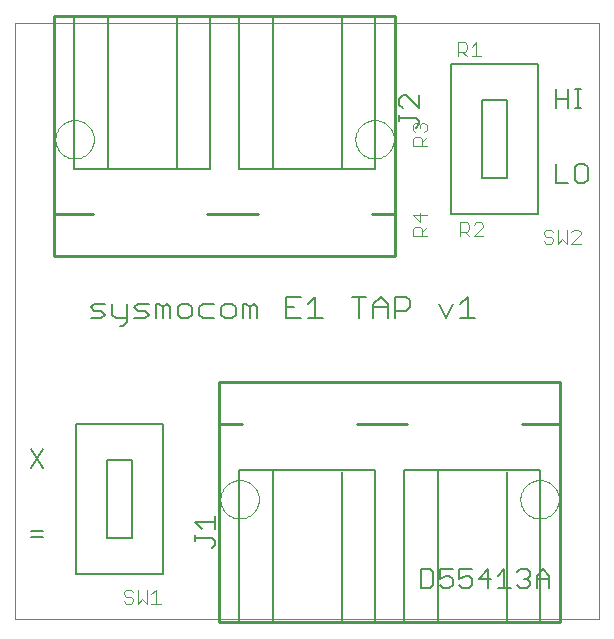
<source format=gto>
G75*
G70*
%OFA0B0*%
%FSLAX24Y24*%
%IPPOS*%
%LPD*%
%AMOC8*
5,1,8,0,0,1.08239X$1,22.5*
%
%ADD10C,0.0000*%
%ADD11C,0.0060*%
%ADD12C,0.0100*%
%ADD13C,0.0050*%
%ADD14C,0.0040*%
D10*
X000100Y000250D02*
X000100Y020120D01*
X019592Y020120D01*
X019592Y000250D01*
X000100Y000250D01*
X006960Y004250D02*
X006962Y004300D01*
X006968Y004350D01*
X006978Y004399D01*
X006991Y004448D01*
X007009Y004495D01*
X007030Y004541D01*
X007054Y004584D01*
X007082Y004626D01*
X007113Y004666D01*
X007147Y004703D01*
X007184Y004737D01*
X007224Y004768D01*
X007266Y004796D01*
X007309Y004820D01*
X007355Y004841D01*
X007402Y004859D01*
X007451Y004872D01*
X007500Y004882D01*
X007550Y004888D01*
X007600Y004890D01*
X007650Y004888D01*
X007700Y004882D01*
X007749Y004872D01*
X007798Y004859D01*
X007845Y004841D01*
X007891Y004820D01*
X007934Y004796D01*
X007976Y004768D01*
X008016Y004737D01*
X008053Y004703D01*
X008087Y004666D01*
X008118Y004626D01*
X008146Y004584D01*
X008170Y004541D01*
X008191Y004495D01*
X008209Y004448D01*
X008222Y004399D01*
X008232Y004350D01*
X008238Y004300D01*
X008240Y004250D01*
X008238Y004200D01*
X008232Y004150D01*
X008222Y004101D01*
X008209Y004052D01*
X008191Y004005D01*
X008170Y003959D01*
X008146Y003916D01*
X008118Y003874D01*
X008087Y003834D01*
X008053Y003797D01*
X008016Y003763D01*
X007976Y003732D01*
X007934Y003704D01*
X007891Y003680D01*
X007845Y003659D01*
X007798Y003641D01*
X007749Y003628D01*
X007700Y003618D01*
X007650Y003612D01*
X007600Y003610D01*
X007550Y003612D01*
X007500Y003618D01*
X007451Y003628D01*
X007402Y003641D01*
X007355Y003659D01*
X007309Y003680D01*
X007266Y003704D01*
X007224Y003732D01*
X007184Y003763D01*
X007147Y003797D01*
X007113Y003834D01*
X007082Y003874D01*
X007054Y003916D01*
X007030Y003959D01*
X007009Y004005D01*
X006991Y004052D01*
X006978Y004101D01*
X006968Y004150D01*
X006962Y004200D01*
X006960Y004250D01*
X016960Y004250D02*
X016962Y004300D01*
X016968Y004350D01*
X016978Y004399D01*
X016991Y004448D01*
X017009Y004495D01*
X017030Y004541D01*
X017054Y004584D01*
X017082Y004626D01*
X017113Y004666D01*
X017147Y004703D01*
X017184Y004737D01*
X017224Y004768D01*
X017266Y004796D01*
X017309Y004820D01*
X017355Y004841D01*
X017402Y004859D01*
X017451Y004872D01*
X017500Y004882D01*
X017550Y004888D01*
X017600Y004890D01*
X017650Y004888D01*
X017700Y004882D01*
X017749Y004872D01*
X017798Y004859D01*
X017845Y004841D01*
X017891Y004820D01*
X017934Y004796D01*
X017976Y004768D01*
X018016Y004737D01*
X018053Y004703D01*
X018087Y004666D01*
X018118Y004626D01*
X018146Y004584D01*
X018170Y004541D01*
X018191Y004495D01*
X018209Y004448D01*
X018222Y004399D01*
X018232Y004350D01*
X018238Y004300D01*
X018240Y004250D01*
X018238Y004200D01*
X018232Y004150D01*
X018222Y004101D01*
X018209Y004052D01*
X018191Y004005D01*
X018170Y003959D01*
X018146Y003916D01*
X018118Y003874D01*
X018087Y003834D01*
X018053Y003797D01*
X018016Y003763D01*
X017976Y003732D01*
X017934Y003704D01*
X017891Y003680D01*
X017845Y003659D01*
X017798Y003641D01*
X017749Y003628D01*
X017700Y003618D01*
X017650Y003612D01*
X017600Y003610D01*
X017550Y003612D01*
X017500Y003618D01*
X017451Y003628D01*
X017402Y003641D01*
X017355Y003659D01*
X017309Y003680D01*
X017266Y003704D01*
X017224Y003732D01*
X017184Y003763D01*
X017147Y003797D01*
X017113Y003834D01*
X017082Y003874D01*
X017054Y003916D01*
X017030Y003959D01*
X017009Y004005D01*
X016991Y004052D01*
X016978Y004101D01*
X016968Y004150D01*
X016962Y004200D01*
X016960Y004250D01*
X011460Y016250D02*
X011462Y016300D01*
X011468Y016350D01*
X011478Y016399D01*
X011491Y016448D01*
X011509Y016495D01*
X011530Y016541D01*
X011554Y016584D01*
X011582Y016626D01*
X011613Y016666D01*
X011647Y016703D01*
X011684Y016737D01*
X011724Y016768D01*
X011766Y016796D01*
X011809Y016820D01*
X011855Y016841D01*
X011902Y016859D01*
X011951Y016872D01*
X012000Y016882D01*
X012050Y016888D01*
X012100Y016890D01*
X012150Y016888D01*
X012200Y016882D01*
X012249Y016872D01*
X012298Y016859D01*
X012345Y016841D01*
X012391Y016820D01*
X012434Y016796D01*
X012476Y016768D01*
X012516Y016737D01*
X012553Y016703D01*
X012587Y016666D01*
X012618Y016626D01*
X012646Y016584D01*
X012670Y016541D01*
X012691Y016495D01*
X012709Y016448D01*
X012722Y016399D01*
X012732Y016350D01*
X012738Y016300D01*
X012740Y016250D01*
X012738Y016200D01*
X012732Y016150D01*
X012722Y016101D01*
X012709Y016052D01*
X012691Y016005D01*
X012670Y015959D01*
X012646Y015916D01*
X012618Y015874D01*
X012587Y015834D01*
X012553Y015797D01*
X012516Y015763D01*
X012476Y015732D01*
X012434Y015704D01*
X012391Y015680D01*
X012345Y015659D01*
X012298Y015641D01*
X012249Y015628D01*
X012200Y015618D01*
X012150Y015612D01*
X012100Y015610D01*
X012050Y015612D01*
X012000Y015618D01*
X011951Y015628D01*
X011902Y015641D01*
X011855Y015659D01*
X011809Y015680D01*
X011766Y015704D01*
X011724Y015732D01*
X011684Y015763D01*
X011647Y015797D01*
X011613Y015834D01*
X011582Y015874D01*
X011554Y015916D01*
X011530Y015959D01*
X011509Y016005D01*
X011491Y016052D01*
X011478Y016101D01*
X011468Y016150D01*
X011462Y016200D01*
X011460Y016250D01*
X001460Y016250D02*
X001462Y016300D01*
X001468Y016350D01*
X001478Y016399D01*
X001491Y016448D01*
X001509Y016495D01*
X001530Y016541D01*
X001554Y016584D01*
X001582Y016626D01*
X001613Y016666D01*
X001647Y016703D01*
X001684Y016737D01*
X001724Y016768D01*
X001766Y016796D01*
X001809Y016820D01*
X001855Y016841D01*
X001902Y016859D01*
X001951Y016872D01*
X002000Y016882D01*
X002050Y016888D01*
X002100Y016890D01*
X002150Y016888D01*
X002200Y016882D01*
X002249Y016872D01*
X002298Y016859D01*
X002345Y016841D01*
X002391Y016820D01*
X002434Y016796D01*
X002476Y016768D01*
X002516Y016737D01*
X002553Y016703D01*
X002587Y016666D01*
X002618Y016626D01*
X002646Y016584D01*
X002670Y016541D01*
X002691Y016495D01*
X002709Y016448D01*
X002722Y016399D01*
X002732Y016350D01*
X002738Y016300D01*
X002740Y016250D01*
X002738Y016200D01*
X002732Y016150D01*
X002722Y016101D01*
X002709Y016052D01*
X002691Y016005D01*
X002670Y015959D01*
X002646Y015916D01*
X002618Y015874D01*
X002587Y015834D01*
X002553Y015797D01*
X002516Y015763D01*
X002476Y015732D01*
X002434Y015704D01*
X002391Y015680D01*
X002345Y015659D01*
X002298Y015641D01*
X002249Y015628D01*
X002200Y015618D01*
X002150Y015612D01*
X002100Y015610D01*
X002050Y015612D01*
X002000Y015618D01*
X001951Y015628D01*
X001902Y015641D01*
X001855Y015659D01*
X001809Y015680D01*
X001766Y015704D01*
X001724Y015732D01*
X001684Y015763D01*
X001647Y015797D01*
X001613Y015834D01*
X001582Y015874D01*
X001554Y015916D01*
X001530Y015959D01*
X001509Y016005D01*
X001491Y016052D01*
X001478Y016101D01*
X001468Y016150D01*
X001462Y016200D01*
X001460Y016250D01*
D11*
X002080Y015270D02*
X006620Y015270D01*
X006620Y020330D01*
X007580Y020330D02*
X007580Y015270D01*
X012120Y015270D01*
X012120Y020330D01*
X011000Y020350D02*
X011000Y015320D01*
X012929Y016854D02*
X012929Y017068D01*
X012929Y016961D02*
X013463Y016961D01*
X013570Y016854D01*
X013570Y016748D01*
X013463Y016641D01*
X013570Y017285D02*
X013143Y017712D01*
X013036Y017712D01*
X012929Y017606D01*
X012929Y017392D01*
X013036Y017285D01*
X013570Y017285D02*
X013570Y017712D01*
X018130Y017600D02*
X018557Y017600D01*
X018557Y017280D02*
X018557Y017921D01*
X018775Y017921D02*
X018988Y017921D01*
X018881Y017921D02*
X018881Y017280D01*
X018775Y017280D02*
X018988Y017280D01*
X018130Y017280D02*
X018130Y017921D01*
X018130Y015421D02*
X018130Y014780D01*
X018557Y014780D01*
X018775Y014887D02*
X018775Y015314D01*
X018881Y015421D01*
X019095Y015421D01*
X019202Y015314D01*
X019202Y014887D01*
X019095Y014780D01*
X018881Y014780D01*
X018775Y014887D01*
X015198Y011008D02*
X015198Y010280D01*
X014955Y010280D02*
X015441Y010280D01*
X014955Y010765D02*
X015198Y011008D01*
X014716Y010765D02*
X014473Y010280D01*
X014230Y010765D01*
X013266Y010644D02*
X013144Y010523D01*
X012780Y010523D01*
X012780Y010280D02*
X012780Y011008D01*
X013144Y011008D01*
X013266Y010887D01*
X013266Y010644D01*
X012541Y010644D02*
X012055Y010644D01*
X012055Y010765D02*
X012055Y010280D01*
X012055Y010765D02*
X012298Y011008D01*
X012541Y010765D01*
X012541Y010280D01*
X011816Y011008D02*
X011330Y011008D01*
X011573Y011008D02*
X011573Y010280D01*
X010366Y010280D02*
X009880Y010280D01*
X010123Y010280D02*
X010123Y011008D01*
X009880Y010765D01*
X009641Y011008D02*
X009155Y011008D01*
X009155Y010280D01*
X009641Y010280D01*
X009398Y010644D02*
X009155Y010644D01*
X008191Y010644D02*
X008191Y010280D01*
X007948Y010280D02*
X007948Y010644D01*
X008069Y010765D01*
X008191Y010644D01*
X007948Y010644D02*
X007827Y010765D01*
X007705Y010765D01*
X007705Y010280D01*
X007466Y010401D02*
X007466Y010644D01*
X007344Y010765D01*
X007102Y010765D01*
X006980Y010644D01*
X006980Y010401D01*
X007102Y010280D01*
X007344Y010280D01*
X007466Y010401D01*
X006740Y010280D02*
X006376Y010280D01*
X006255Y010401D01*
X006255Y010644D01*
X006376Y010765D01*
X006740Y010765D01*
X006015Y010644D02*
X006015Y010401D01*
X005894Y010280D01*
X005651Y010280D01*
X005530Y010401D01*
X005530Y010644D01*
X005651Y010765D01*
X005894Y010765D01*
X006015Y010644D01*
X005290Y010644D02*
X005290Y010280D01*
X005048Y010280D02*
X005048Y010644D01*
X005169Y010765D01*
X005290Y010644D01*
X005048Y010644D02*
X004926Y010765D01*
X004805Y010765D01*
X004805Y010280D01*
X004565Y010401D02*
X004444Y010523D01*
X004201Y010523D01*
X004080Y010644D01*
X004201Y010765D01*
X004565Y010765D01*
X004565Y010401D02*
X004444Y010280D01*
X004080Y010280D01*
X003840Y010280D02*
X003476Y010280D01*
X003355Y010401D01*
X003355Y010765D01*
X003115Y010765D02*
X002751Y010765D01*
X002630Y010644D01*
X002751Y010523D01*
X002994Y010523D01*
X003115Y010401D01*
X002994Y010280D01*
X002630Y010280D01*
X003598Y010037D02*
X003719Y010037D01*
X003840Y010159D01*
X003840Y010765D01*
X003200Y015330D02*
X003200Y020350D01*
X002080Y020330D02*
X002080Y015270D01*
X005500Y015320D02*
X005500Y020350D01*
X008700Y020350D02*
X008700Y015330D01*
X001057Y005921D02*
X000630Y005280D01*
X001057Y005280D02*
X000630Y005921D01*
X000630Y003207D02*
X001057Y003207D01*
X001057Y002994D02*
X000630Y002994D01*
X006129Y002950D02*
X006663Y002950D01*
X006770Y002844D01*
X006770Y002737D01*
X006663Y002630D01*
X006129Y002844D02*
X006129Y003057D01*
X006343Y003275D02*
X006129Y003488D01*
X006770Y003488D01*
X006770Y003275D02*
X006770Y003702D01*
X007580Y005230D02*
X007580Y000170D01*
X008700Y000150D02*
X008700Y005180D01*
X007580Y005230D02*
X012120Y005230D01*
X012120Y000170D01*
X013080Y000170D02*
X013080Y005230D01*
X017620Y005230D01*
X017620Y000170D01*
X017497Y001280D02*
X017497Y001707D01*
X017711Y001921D01*
X017924Y001707D01*
X017924Y001280D01*
X017924Y001600D02*
X017497Y001600D01*
X017280Y001494D02*
X017280Y001387D01*
X017173Y001280D01*
X016960Y001280D01*
X016853Y001387D01*
X016635Y001280D02*
X016208Y001280D01*
X016422Y001280D02*
X016422Y001921D01*
X016208Y001707D01*
X015991Y001600D02*
X015564Y001600D01*
X015884Y001921D01*
X015884Y001280D01*
X015346Y001387D02*
X015239Y001280D01*
X015026Y001280D01*
X014919Y001387D01*
X014919Y001600D02*
X015133Y001707D01*
X015239Y001707D01*
X015346Y001600D01*
X015346Y001387D01*
X014919Y001600D02*
X014919Y001921D01*
X015346Y001921D01*
X014702Y001921D02*
X014275Y001921D01*
X014275Y001600D01*
X014488Y001707D01*
X014595Y001707D01*
X014702Y001600D01*
X014702Y001387D01*
X014595Y001280D01*
X014381Y001280D01*
X014275Y001387D01*
X014057Y001387D02*
X014057Y001814D01*
X013950Y001921D01*
X013630Y001921D01*
X013630Y001280D01*
X013950Y001280D01*
X014057Y001387D01*
X014200Y000150D02*
X014200Y005180D01*
X016500Y005170D02*
X016500Y000150D01*
X017280Y001494D02*
X017173Y001600D01*
X017066Y001600D01*
X017173Y001600D02*
X017280Y001707D01*
X017280Y001814D01*
X017173Y001921D01*
X016960Y001921D01*
X016853Y001814D01*
X011000Y000150D02*
X011000Y005170D01*
D12*
X011500Y006750D02*
X012420Y006750D01*
X013180Y006750D01*
X012850Y006750D02*
X012420Y006750D01*
X017000Y006750D02*
X018280Y006750D01*
X018280Y008150D01*
X006920Y008150D01*
X006920Y006750D01*
X007680Y006750D01*
X006920Y006750D02*
X006920Y000150D01*
X008700Y000150D01*
X011000Y000150D01*
X014200Y000150D01*
X016500Y000150D01*
X018280Y000150D01*
X018280Y006750D01*
X012780Y012350D02*
X001420Y012350D01*
X001420Y013750D01*
X002700Y013750D01*
X001420Y013750D02*
X001420Y020350D01*
X003200Y020350D01*
X005500Y020350D01*
X008700Y020350D01*
X011000Y020350D01*
X012780Y020350D01*
X012780Y013750D01*
X012020Y013750D01*
X012780Y013750D02*
X012780Y012350D01*
X008200Y013750D02*
X007280Y013750D01*
X006520Y013750D01*
X006850Y013750D02*
X007280Y013750D01*
D13*
X005050Y006750D02*
X002150Y006750D01*
X002150Y001750D01*
X005050Y001750D01*
X005050Y006750D01*
X004025Y005550D02*
X003175Y005550D01*
X003175Y002950D01*
X004025Y002950D01*
X004025Y005550D01*
X014650Y013750D02*
X017550Y013750D01*
X017550Y018750D01*
X014650Y018750D01*
X014650Y013750D01*
X015675Y014950D02*
X016525Y014950D01*
X016525Y017550D01*
X015675Y017550D01*
X015675Y014950D01*
D14*
X015640Y013480D02*
X015486Y013480D01*
X015410Y013404D01*
X015256Y013404D02*
X015256Y013250D01*
X015179Y013173D01*
X014949Y013173D01*
X014949Y013020D02*
X014949Y013480D01*
X015179Y013480D01*
X015256Y013404D01*
X015103Y013173D02*
X015256Y013020D01*
X015410Y013020D02*
X015717Y013327D01*
X015717Y013404D01*
X015640Y013480D01*
X015717Y013020D02*
X015410Y013020D01*
X013830Y013020D02*
X013370Y013020D01*
X013370Y013250D01*
X013446Y013327D01*
X013600Y013327D01*
X013677Y013250D01*
X013677Y013020D01*
X013677Y013173D02*
X013830Y013327D01*
X013830Y013711D02*
X013370Y013711D01*
X013600Y013480D01*
X013600Y013787D01*
X013677Y016020D02*
X013677Y016250D01*
X013600Y016327D01*
X013446Y016327D01*
X013370Y016250D01*
X013370Y016020D01*
X013830Y016020D01*
X013677Y016173D02*
X013830Y016327D01*
X013753Y016480D02*
X013830Y016557D01*
X013830Y016711D01*
X013753Y016787D01*
X013677Y016787D01*
X013600Y016711D01*
X013600Y016634D01*
X013600Y016711D02*
X013523Y016787D01*
X013446Y016787D01*
X013370Y016711D01*
X013370Y016557D01*
X013446Y016480D01*
X014870Y019020D02*
X014870Y019480D01*
X015100Y019480D01*
X015177Y019404D01*
X015177Y019250D01*
X015100Y019173D01*
X014870Y019173D01*
X015023Y019173D02*
X015177Y019020D01*
X015330Y019020D02*
X015637Y019020D01*
X015484Y019020D02*
X015484Y019480D01*
X015330Y019327D01*
X017816Y013230D02*
X017739Y013154D01*
X017739Y013077D01*
X017816Y013000D01*
X017969Y013000D01*
X018046Y012923D01*
X018046Y012847D01*
X017969Y012770D01*
X017816Y012770D01*
X017739Y012847D01*
X017816Y013230D02*
X017969Y013230D01*
X018046Y013154D01*
X018199Y013230D02*
X018199Y012770D01*
X018353Y012923D01*
X018506Y012770D01*
X018506Y013230D01*
X018660Y013154D02*
X018736Y013230D01*
X018890Y013230D01*
X018967Y013154D01*
X018967Y013077D01*
X018660Y012770D01*
X018967Y012770D01*
X004967Y000770D02*
X004660Y000770D01*
X004813Y000770D02*
X004813Y001230D01*
X004660Y001077D01*
X004506Y001230D02*
X004506Y000770D01*
X004353Y000923D01*
X004199Y000770D01*
X004199Y001230D01*
X004046Y001154D02*
X003969Y001230D01*
X003816Y001230D01*
X003739Y001154D01*
X003739Y001077D01*
X003816Y001000D01*
X003969Y001000D01*
X004046Y000923D01*
X004046Y000847D01*
X003969Y000770D01*
X003816Y000770D01*
X003739Y000847D01*
M02*

</source>
